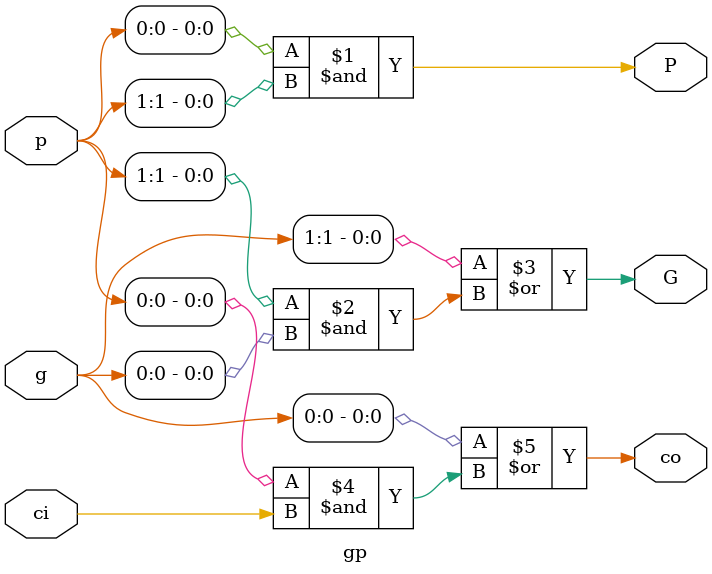
<source format=v>
`timescale 1ns/1ps

/* Descrição de um somador de N bits */
module gp 
(
  input [1:0] g,
  input [1:0] p,
  input ci,
  output G,
  output P,
  output co
);

  assign P = p[0] & p[1];
  assign G = g[1] | (p[1] & g[0]);
  assign co = g[0] | (p[0] & ci);

  /*assign P = p0 & p1;
  assign G = g1 | (p1 & g0);
  assign co = g0 | (p0 & ci);*/
    
endmodule

</source>
